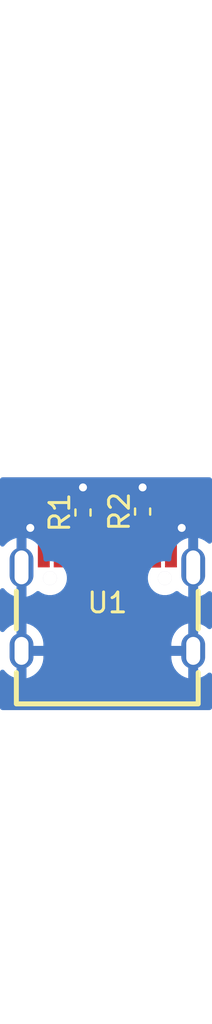
<source format=kicad_pcb>
(kicad_pcb (version 20240108) (generator "pcbnew") (generator_version "8.0")
  (layers (0 "F.Cu" signal) (31 "B.Cu" signal) (34 "B.Paste" user) (35 "F.Paste" user) (36 "B.SilkS" user "B.Silkscreen") (37 "F.SilkS" user "F.Silkscreen") (38 "B.Mask" user) (39 "F.Mask" user) (44 "Edge.Cuts" user))
  (net 0 "")
  (net 1 "sub2")
  (net 2 "cc1")
  (net 3 "vcc")
  (net 4 "gnd")
  (net 5 "dm")
  (net 6 "dp")
  (net 7 "cc2")
  (net 8 "sub1")
  (footprint "lib:USB-C-SMD_KH-TYPE-C-16P" (layer "F.Cu") (at 130.625 64.965)
    (property "Reference" "U1" (at 0 0.0082 0) (layer "F.SilkS"))
    (property "Value" "")
    (fp_line (start -4.58 -0.57) (end -4.58 1.32) (stroke (width 0.25)) (layer "F.SilkS"))
    (fp_line (start -4.58 3.51) (end -4.58 5.08) (stroke (width 0.25)) (layer "F.SilkS"))
    (fp_line (start -4.58 5.08) (end 4.57 5.08) (stroke (width 0.25)) (layer "F.SilkS"))
    (fp_line (start 4.57 1.32) (end 4.57 -0.57) (stroke (width 0.25)) (layer "F.SilkS"))
    (fp_line (start 4.57 5.08) (end 4.57 3.51) (stroke (width 0.25)) (layer "F.SilkS"))
    (pad "" thru_hole circle (at -2.89 -1.23) (size 0.7 0.7) (drill 0.7) (layers "*.Cu" "*.Mask"))
    (pad "" thru_hole circle (at 2.89 -1.23) (size 0.7 0.7) (drill 0.7) (layers "*.Cu" "*.Mask"))
    (pad "1" thru_hole oval (at -4.32 -1.77) (size 1.2 2) (drill oval 0.700024 1.699997) (layers "*.Cu" "*.Mask") (net 4 "gnd"))
    (pad "2" thru_hole oval (at 4.32 -1.77) (size 1.2 2) (drill oval 0.700024 1.699997) (layers "*.Cu" "*.Mask") (net 4 "gnd"))
    (pad "3" thru_hole oval (at -4.32 2.42) (size 1.2 1.8) (drill oval 0.700024 1.399997) (layers "*.Cu" "*.Mask") (net 4 "gnd"))
    (pad "4" thru_hole oval (at 4.32 2.42) (size 1.2 1.8) (drill oval 0.700024 1.399997) (layers "*.Cu" "*.Mask") (net 4 "gnd"))
    (pad "A1" smd rect (at -3.35 -2.42) (size 0.3 1.3) (layers "F.Cu" "F.Paste" "F.Mask") (net 4 "gnd"))
    (pad "A4" smd rect (at -2.55 -2.42) (size 0.3 1.3) (layers "F.Cu" "F.Paste" "F.Mask") (net 3 "vcc"))
    (pad "A5" smd rect (at -1.25 -2.42) (size 0.3 1.3) (layers "F.Cu" "F.Paste" "F.Mask") (net 2 "cc1"))
    (pad "A6" smd rect (at -0.25 -2.42) (size 0.3 1.3) (layers "F.Cu" "F.Paste" "F.Mask") (net 6 "dp"))
    (pad "A7" smd rect (at 0.25 -2.42) (size 0.3 1.3) (layers "F.Cu" "F.Paste" "F.Mask") (net 5 "dm"))
    (pad "A8" smd rect (at 1.25 -2.42) (size 0.3 1.3) (layers "F.Cu" "F.Paste" "F.Mask") (net 8 "sub1"))
    (pad "A9" smd rect (at 2.55 -2.41) (size 0.3 1.3) (layers "F.Cu" "F.Paste" "F.Mask") (net 3 "vcc"))
    (pad "A12" smd rect (at 3.35 -2.42) (size 0.3 1.3) (layers "F.Cu" "F.Paste" "F.Mask") (net 4 "gnd"))
    (pad "B1" smd rect (at 3.05 -2.42) (size 0.3 1.3) (layers "F.Cu" "F.Paste" "F.Mask") (net 4 "gnd"))
    (pad "B4" smd rect (at 2.25 -2.41) (size 0.3 1.3) (layers "F.Cu" "F.Paste" "F.Mask") (net 3 "vcc"))
    (pad "B5" smd rect (at 1.75 -2.42) (size 0.3 1.3) (layers "F.Cu" "F.Paste" "F.Mask") (net 7 "cc2"))
    (pad "B6" smd rect (at 0.75 -2.42) (size 0.3 1.3) (layers "F.Cu" "F.Paste" "F.Mask") (net 6 "dp"))
    (pad "B7" smd rect (at -0.75 -2.42) (size 0.3 1.3) (layers "F.Cu" "F.Paste" "F.Mask") (net 5 "dm"))
    (pad "B8" smd rect (at -1.75 -2.42) (size 0.3 1.3) (layers "F.Cu" "F.Paste" "F.Mask") (net 1 "sub2"))
    (pad "B9" smd rect (at -2.25 -2.42) (size 0.3 1.3) (layers "F.Cu" "F.Paste" "F.Mask") (net 3 "vcc"))
    (pad "B12" smd rect (at -3.05 -2.42) (size 0.3 1.3) (layers "F.Cu" "F.Paste" "F.Mask") (net 4 "gnd"))
  )
  (footprint "lib:R0402" (layer "F.Cu") (at 129.397949 60.442503 90)
    (property "Reference" "R1" (at 0 -1.17 90) (layer "F.SilkS"))
    (property "Value" "Chip Resistor - Surface Mount 4.7KOhms ±5% 1/16W 0402 RoHS")
    (fp_line (start -0.153641 -0.38) (end 0.153641 -0.38) (stroke (width 0.12)) (layer "F.SilkS"))
    (fp_line (start -0.153641 0.38) (end 0.153641 0.38) (stroke (width 0.12)) (layer "F.SilkS"))
    (pad "1" smd roundrect (at -0.51 0 90) (size 0.54 0.64) (layers "F.Cu" "F.Paste" "F.Mask") (net 2 "cc1"))
    (pad "2" smd roundrect (at 0.51 0 90) (size 0.54 0.64) (layers "F.Cu" "F.Paste" "F.Mask") (net 4 "gnd"))
  )
  (footprint "lib:R0402" (layer "F.Cu") (at 132.398595 60.39543 90)
    (property "Reference" "R2" (at 0 -1.17 90) (layer "F.SilkS"))
    (property "Value" "Chip Resistor - Surface Mount 4.7KOhms ±5% 1/16W 0402 RoHS")
    (fp_line (start -0.153641 -0.38) (end 0.153641 -0.38) (stroke (width 0.12)) (layer "F.SilkS"))
    (fp_line (start -0.153641 0.38) (end 0.153641 0.38) (stroke (width 0.12)) (layer "F.SilkS"))
    (pad "1" smd roundrect (at -0.51 0 90) (size 0.54 0.64) (layers "F.Cu" "F.Paste" "F.Mask") (net 7 "cc2"))
    (pad "2" smd roundrect (at 0.51 0 90) (size 0.54 0.64) (layers "F.Cu" "F.Paste" "F.Mask") (net 4 "gnd"))
  )
  (segment (start 129.397949 62.522051) (end 129.375 62.545) (width 0.25) (layer "F.Cu") (net 2))
  (segment (start 129.397949 60.952503) (end 129.397949 62.522051) (width 0.25) (layer "F.Cu") (net 2))
  (segment (start 132.398595 59.88543) (end 132.398595 59.182) (width 0.25) (layer "F.Cu") (net 4))
  (segment (start 134.366 61.214) (end 133.975 61.605) (width 0.25) (layer "F.Cu") (net 4))
  (segment (start 127.575 62.545) (end 127.275 62.545) (width 0.25) (layer "F.Cu") (net 4))
  (segment (start 127.275 61.743) (end 127.275 62.545) (width 0.25) (layer "F.Cu") (net 4))
  (segment (start 133.975 61.605) (end 133.975 62.545) (width 0.25) (layer "F.Cu") (net 4))
  (segment (start 126.746 61.214) (end 127.275 61.743) (width 0.25) (layer "F.Cu") (net 4))
  (segment (start 129.397949 59.932503) (end 129.397949 59.182) (width 0.25) (layer "F.Cu") (net 4))
  (via (at 134.366 61.214) (size 0.8) (drill 0.4) (layers "F.Cu" "B.Cu") (net 4))
  (via (at 132.398595 59.182) (size 0.8) (drill 0.4) (layers "F.Cu" "B.Cu") (net 4))
  (via (at 129.397949 59.182) (size 0.8) (drill 0.4) (layers "F.Cu" "B.Cu") (net 4))
  (via (at 126.746 61.214) (size 0.8) (drill 0.4) (layers "F.Cu" "B.Cu") (net 4))
  (segment (start 129.9 61.57) (end 129.875 61.595) (width 0.25) (layer "F.Cu") (net 5))
  (segment (start 130.875 62.545) (end 130.875 61.595) (width 0.25) (layer "F.Cu") (net 5))
  (segment (start 129.875 61.595) (end 129.875 62.545) (width 0.25) (layer "F.Cu") (net 5))
  (segment (start 130.85 61.57) (end 129.9 61.57) (width 0.25) (layer "F.Cu") (net 5))
  (segment (start 130.875 61.595) (end 130.85 61.57) (width 0.25) (layer "F.Cu") (net 5))
  (segment (start 131.375 63.495) (end 131.375 62.545) (width 0.25) (layer "F.Cu") (net 6))
  (segment (start 130.4 63.52) (end 131.35 63.52) (width 0.25) (layer "F.Cu") (net 6))
  (segment (start 130.375 63.495) (end 130.4 63.52) (width 0.25) (layer "F.Cu") (net 6))
  (segment (start 131.35 63.52) (end 131.375 63.495) (width 0.25) (layer "F.Cu") (net 6))
  (segment (start 130.375 62.545) (end 130.375 63.495) (width 0.25) (layer "F.Cu") (net 6))
  (segment (start 132.398595 62.521405) (end 132.375 62.545) (width 0.25) (layer "F.Cu") (net 7))
  (segment (start 132.398595 60.90543) (end 132.398595 62.521405) (width 0.25) (layer "F.Cu") (net 7))
  (zone (net 4) (net_name "gnd") (layer "B.Cu") (connect_pads (clearance 0.5)) (min_thickness 0.25) (fill yes (thermal_gap 0.5) (thermal_bridge_width 0.5))
    (polygon (pts (xy 125.222 70.358) (xy 135.89 70.358) (xy 135.89 58.674) (xy 125.222 58.674)))
  )
)
</source>
